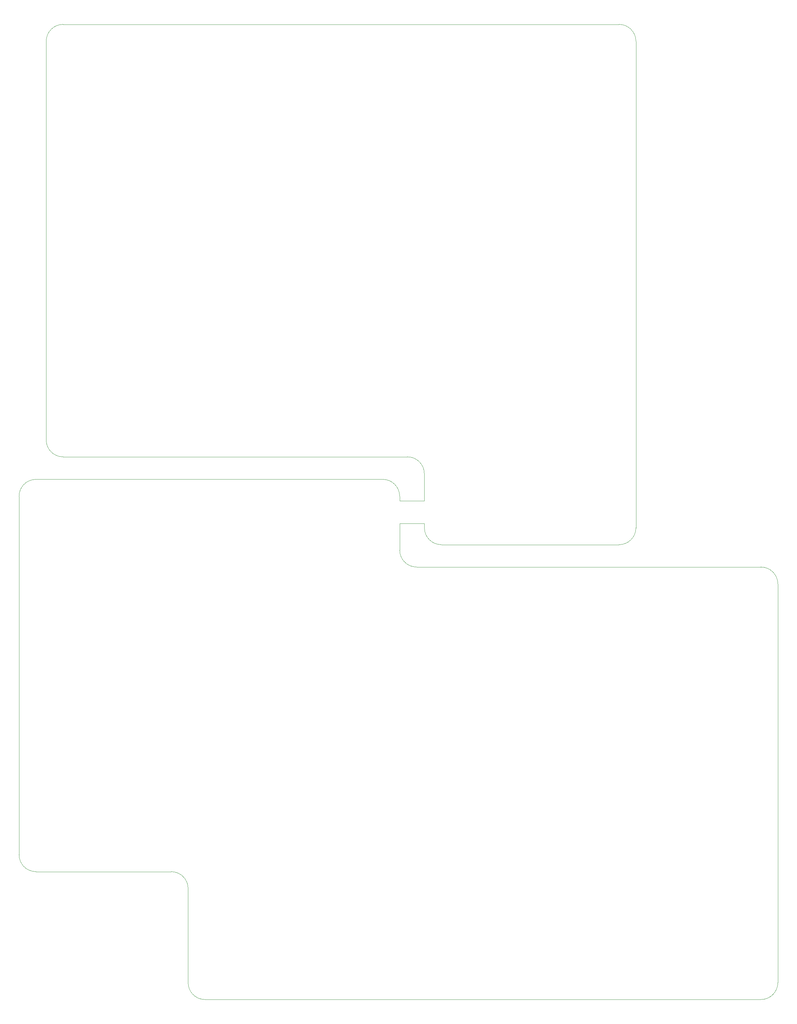
<source format=gm1>
%TF.GenerationSoftware,KiCad,Pcbnew,(6.0.5)*%
%TF.CreationDate,2022-07-12T00:37:26-04:00*%
%TF.ProjectId,grouped,67726f75-7065-4642-9e6b-696361645f70,rev?*%
%TF.SameCoordinates,Original*%
%TF.FileFunction,Profile,NP*%
%FSLAX46Y46*%
G04 Gerber Fmt 4.6, Leading zero omitted, Abs format (unit mm)*
G04 Created by KiCad (PCBNEW (6.0.5)) date 2022-07-12 00:37:26*
%MOMM*%
%LPD*%
G01*
G04 APERTURE LIST*
%TA.AperFunction,Profile*%
%ADD10C,0.050000*%
%TD*%
G04 APERTURE END LIST*
D10*
X378700000Y-330100000D02*
X378700000Y-224100000D01*
X284588249Y-194800000D02*
X284603732Y-202000000D01*
X273518019Y-196281981D02*
X181200000Y-196281981D01*
X278018019Y-208000000D02*
X284603732Y-208000000D01*
X374200000Y-334600000D02*
G75*
G03*
X378700000Y-330100000I0J4500000D01*
G01*
X188421751Y-190300000D02*
X280088249Y-190300000D01*
X374200000Y-219600000D02*
X282533502Y-219600000D01*
X226200000Y-334600000D02*
X374200000Y-334600000D01*
X176700000Y-296100000D02*
G75*
G03*
X181200000Y-300600000I4500000J0D01*
G01*
X278018019Y-200781981D02*
X278018019Y-202000000D01*
X183921700Y-185800000D02*
G75*
G03*
X188421751Y-190300000I4500000J0D01*
G01*
X378700000Y-224100000D02*
G75*
G03*
X374200000Y-219600000I-4500000J0D01*
G01*
X221700000Y-330100000D02*
G75*
G03*
X226200000Y-334600000I4500000J0D01*
G01*
X340921751Y-209159009D02*
X340921751Y-79800000D01*
X181200000Y-300600000D02*
X217200000Y-300600000D01*
X181200000Y-196282000D02*
G75*
G03*
X176700000Y-200781981I0J-4500000D01*
G01*
X284588300Y-194800000D02*
G75*
G03*
X280088249Y-190300000I-4500000J0D01*
G01*
X278018019Y-200781981D02*
G75*
G03*
X273518019Y-196281981I-4500019J-19D01*
G01*
X336421751Y-75300000D02*
X188421751Y-75300000D01*
X188421751Y-75300051D02*
G75*
G03*
X183921751Y-79800000I-51J-4499949D01*
G01*
X183921751Y-79800000D02*
X183921751Y-185800000D01*
X278033500Y-215100000D02*
G75*
G03*
X282533502Y-219600000I4500000J0D01*
G01*
X176700000Y-200781981D02*
X176700000Y-296100000D01*
X278018019Y-202000000D02*
X284603732Y-202000000D01*
X221700000Y-305100000D02*
G75*
G03*
X217200000Y-300600000I-4500000J0D01*
G01*
X284603800Y-209150000D02*
G75*
G03*
X289103732Y-213650000I4500000J0D01*
G01*
X284603732Y-209150000D02*
X284603732Y-208000000D01*
X336421751Y-213659051D02*
G75*
G03*
X340921751Y-209159009I-51J4500051D01*
G01*
X278033502Y-215100000D02*
X278018019Y-208000000D01*
X340921800Y-79800000D02*
G75*
G03*
X336421751Y-75300000I-4500000J0D01*
G01*
X289103732Y-213650000D02*
X336421751Y-213659009D01*
X221700000Y-305100000D02*
X221700000Y-330100000D01*
M02*

</source>
